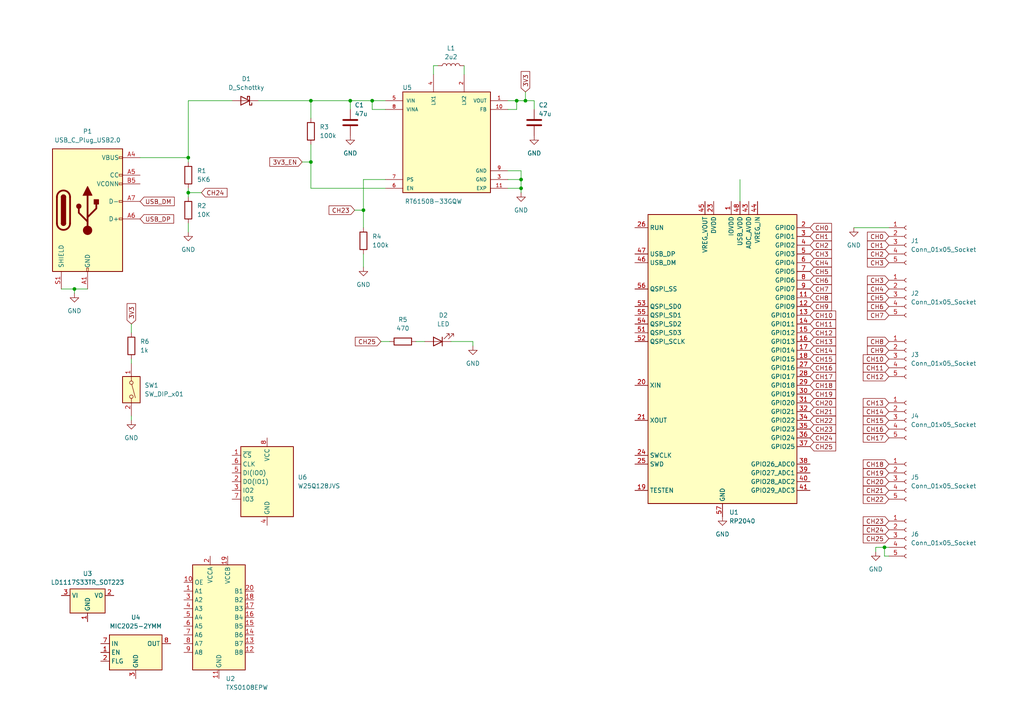
<source format=kicad_sch>
(kicad_sch (version 20230121) (generator eeschema)
  (paper "A4")
  (lib_symbols
    (symbol "Connector:Conn_01x05_Socket" (pin_names (offset 1.016) hide)
      (property "Reference" "J" (at 0 7.62 0))
      (property "Value" "Conn_01x05_Socket" (at 0 -7.62 0))
      (symbol "Conn_01x05_Socket_1_1"
        (arc (start 0 -4.572) (mid -0.5058 -5.08) (end 0 -5.588) (stroke (width 0.1524)))
        (arc (start 0 -2.032) (mid -0.5058 -2.54) (end 0 -3.048) (stroke (width 0.1524)))
        (polyline (pts (xy -1.27 -5.08) (xy -0.508 -5.08)) (stroke (width 0.1524)))
        (polyline (pts (xy -1.27 -2.54) (xy -0.508 -2.54)) (stroke (width 0.1524)))
        (polyline (pts (xy -1.27 0) (xy -0.508 0)) (stroke (width 0.1524)))
        (polyline (pts (xy -1.27 2.54) (xy -0.508 2.54)) (stroke (width 0.1524)))
        (polyline (pts (xy -1.27 5.08) (xy -0.508 5.08)) (stroke (width 0.1524)))
        (arc (start 0 0.508) (mid -0.5058 0) (end 0 -0.508) (stroke (width 0.1524)))
        (arc (start 0 3.048) (mid -0.5058 2.54) (end 0 2.032) (stroke (width 0.1524)))
        (arc (start 0 5.588) (mid -0.5058 5.08) (end 0 4.572) (stroke (width 0.1524)))
        (pin passive line (at -5.08 5.08 0) (length 3.81) (name "Pin_1") (number "1"))
        (pin passive line (at -5.08 2.54 0) (length 3.81) (name "Pin_2") (number "2"))
        (pin passive line (at -5.08 0 0) (length 3.81) (name "Pin_3") (number "3"))
        (pin passive line (at -5.08 -2.54 0) (length 3.81) (name "Pin_4") (number "4"))
        (pin passive line (at -5.08 -5.08 0) (length 3.81) (name "Pin_5") (number "5"))
      )
    )
    (symbol "Connector:USB_C_Plug_USB2.0" (pin_names (offset 1.016))
      (property "Reference" "P" (at -10.16 19.05 0))
      (property "Value" "USB_C_Plug_USB2.0" (at 12.7 19.05 0))
      (symbol "USB_C_Plug_USB2.0_0_0"
        (rectangle (start -0.254 -17.78) (end 0.254 -16.764))
        (rectangle (start 10.16 -2.286) (end 9.144 -2.794))
        (rectangle (start 10.16 2.794) (end 9.144 2.286))
        (rectangle (start 10.16 7.874) (end 9.144 7.366))
        (rectangle (start 10.16 10.414) (end 9.144 9.906))
        (rectangle (start 10.16 15.494) (end 9.144 14.986))
      )
      (symbol "USB_C_Plug_USB2.0_0_1"
        (rectangle (start -10.16 17.78) (end 10.16 -17.78) (stroke (width 0.254)) (fill (type background)))
        (arc (start -8.89 -3.81) (mid -6.985 -5.7067) (end -5.08 -3.81) (stroke (width 0.508)))
        (arc (start -7.62 -3.81) (mid -6.985 -4.4423) (end -6.35 -3.81) (stroke (width 0.254)))
        (arc (start -7.62 -3.81) (mid -6.985 -4.4423) (end -6.35 -3.81) (stroke (width 0.254)) (fill (type outline)))
        (rectangle (start -7.62 -3.81) (end -6.35 3.81) (stroke (width 0.254)) (fill (type outline)))
        (arc (start -6.35 3.81) (mid -6.985 4.4423) (end -7.62 3.81) (stroke (width 0.254)))
        (arc (start -6.35 3.81) (mid -6.985 4.4423) (end -7.62 3.81) (stroke (width 0.254)) (fill (type outline)))
        (arc (start -5.08 3.81) (mid -6.985 5.7067) (end -8.89 3.81) (stroke (width 0.508)))
        (circle (center -2.54 1.143) (radius 0.635) (stroke (width 0.254)) (fill (type outline)))
        (circle (center 0 -5.842) (radius 1.27) (fill (type outline)))
        (polyline (pts (xy -8.89 -3.81) (xy -8.89 3.81)) (stroke (width 0.508)))
        (polyline (pts (xy -5.08 3.81) (xy -5.08 -3.81)) (stroke (width 0.508)))
        (polyline (pts (xy 0 -5.842) (xy 0 4.318)) (stroke (width 0.508)))
        (polyline (pts (xy 0 -3.302) (xy -2.54 -0.762) (xy -2.54 0.508)) (stroke (width 0.508)))
        (polyline (pts (xy 0 -2.032) (xy 2.54 0.508) (xy 2.54 1.778)) (stroke (width 0.508)))
        (polyline (pts (xy -1.27 4.318) (xy 0 6.858) (xy 1.27 4.318) (xy -1.27 4.318)) (stroke (width 0.254)) (fill (type outline)))
        (rectangle (start 1.905 1.778) (end 3.175 3.048) (stroke (width 0.254)) (fill (type outline)))
      )
      (symbol "USB_C_Plug_USB2.0_1_1"
        (pin passive line (at 0 -22.86 90) (length 5.08) (name "GND") (number "A1"))
        (pin passive line (at 0 -22.86 90) (length 5.08) hide (name "GND") (number "A12"))
        (pin passive line (at 15.24 15.24 180) (length 5.08) (name "VBUS") (number "A4"))
        (pin bidirectional line (at 15.24 10.16 180) (length 5.08) (name "CC") (number "A5"))
        (pin bidirectional line (at 15.24 -2.54 180) (length 5.08) (name "D+") (number "A6"))
        (pin bidirectional line (at 15.24 2.54 180) (length 5.08) (name "D-") (number "A7"))
        (pin passive line (at 15.24 15.24 180) (length 5.08) hide (name "VBUS") (number "A9"))
        (pin passive line (at 0 -22.86 90) (length 5.08) hide (name "GND") (number "B1"))
        (pin passive line (at 0 -22.86 90) (length 5.08) hide (name "GND") (number "B12"))
        (pin passive line (at 15.24 15.24 180) (length 5.08) hide (name "VBUS") (number "B4"))
        (pin bidirectional line (at 15.24 7.62 180) (length 5.08) (name "VCONN") (number "B5"))
        (pin passive line (at 15.24 15.24 180) (length 5.08) hide (name "VBUS") (number "B9"))
        (pin passive line (at -7.62 -22.86 90) (length 5.08) (name "SHIELD") (number "S1"))
      )
    )
    (symbol "Device:C" (pin_numbers hide) (pin_names (offset 0.254))
      (property "Reference" "C" (at 0.635 2.54 0))
      (property "Value" "C" (at 0.635 -2.54 0))
      (symbol "C_0_1"
        (polyline (pts (xy -2.032 -0.762) (xy 2.032 -0.762)) (stroke (width 0.508)))
        (polyline (pts (xy -2.032 0.762) (xy 2.032 0.762)) (stroke (width 0.508)))
      )
      (symbol "C_1_1"
        (pin passive line (at 0 3.81 270) (length 2.794) (name "~") (number "1"))
        (pin passive line (at 0 -3.81 90) (length 2.794) (name "~") (number "2"))
      )
    )
    (symbol "Device:D_Schottky" (pin_numbers hide) (pin_names (offset 1.016) hide)
      (property "Reference" "D" (at 0 2.54 0))
      (property "Value" "D_Schottky" (at 0 -2.54 0))
      (symbol "D_Schottky_0_1"
        (polyline (pts (xy 1.27 0) (xy -1.27 0)))
        (polyline (pts (xy 1.27 1.27) (xy 1.27 -1.27) (xy -1.27 0) (xy 1.27 1.27)) (stroke (width 0.254)))
        (polyline (pts (xy -1.905 0.635) (xy -1.905 1.27) (xy -1.27 1.27) (xy -1.27 -1.27) (xy -0.635 -1.27) (xy -0.635 -0.635)) (stroke (width 0.254)))
      )
      (symbol "D_Schottky_1_1"
        (pin passive line (at -3.81 0 0) (length 2.54) (name "K") (number "1"))
        (pin passive line (at 3.81 0 180) (length 2.54) (name "A") (number "2"))
      )
    )
    (symbol "Device:L" (pin_numbers hide) (pin_names (offset 1.016) hide)
      (property "Reference" "L" (at -1.27 0 90))
      (property "Value" "L" (at 1.905 0 90))
      (symbol "L_0_1"
        (arc (start 0 -2.54) (mid 0.6323 -1.905) (end 0 -1.27))
        (arc (start 0 -1.27) (mid 0.6323 -0.635) (end 0 0))
        (arc (start 0 0) (mid 0.6323 0.635) (end 0 1.27))
        (arc (start 0 1.27) (mid 0.6323 1.905) (end 0 2.54))
      )
      (symbol "L_1_1"
        (pin passive line (at 0 3.81 270) (length 1.27) (name "1") (number "1"))
        (pin passive line (at 0 -3.81 90) (length 1.27) (name "2") (number "2"))
      )
    )
    (symbol "Device:LED" (pin_numbers hide) (pin_names (offset 1.016) hide)
      (property "Reference" "D" (at 0 2.54 0))
      (property "Value" "LED" (at 0 -2.54 0))
      (symbol "LED_0_1"
        (polyline (pts (xy -1.27 -1.27) (xy -1.27 1.27)) (stroke (width 0.254)))
        (polyline (pts (xy -1.27 0) (xy 1.27 0)))
        (polyline (pts (xy 1.27 -1.27) (xy 1.27 1.27) (xy -1.27 0) (xy 1.27 -1.27)) (stroke (width 0.254)))
        (polyline (pts (xy -3.048 -0.762) (xy -4.572 -2.286) (xy -3.81 -2.286) (xy -4.572 -2.286) (xy -4.572 -1.524)))
        (polyline (pts (xy -1.778 -0.762) (xy -3.302 -2.286) (xy -2.54 -2.286) (xy -3.302 -2.286) (xy -3.302 -1.524)))
      )
      (symbol "LED_1_1"
        (pin passive line (at -3.81 0 0) (length 2.54) (name "K") (number "1"))
        (pin passive line (at 3.81 0 180) (length 2.54) (name "A") (number "2"))
      )
    )
    (symbol "Device:R" (pin_numbers hide) (pin_names (offset 0))
      (property "Reference" "R" (at 2.032 0 90))
      (property "Value" "R" (at 0 0 90))
      (symbol "R_0_1"
        (rectangle (start -1.016 -2.54) (end 1.016 2.54) (stroke (width 0.254)))
      )
      (symbol "R_1_1"
        (pin passive line (at 0 3.81 270) (length 1.27) (name "~") (number "1"))
        (pin passive line (at 0 -3.81 90) (length 1.27) (name "~") (number "2"))
      )
    )
    (symbol "Logic_LevelTranslator:TXS0108EPW"
      (property "Reference" "U" (at -6.35 16.51 0))
      (property "Value" "TXS0108EPW" (at 3.81 16.51 0))
      (symbol "TXS0108EPW_0_1"
        (rectangle (start -7.62 15.24) (end 7.62 -15.24) (stroke (width 0.254)) (fill (type background)))
      )
      (symbol "TXS0108EPW_1_1"
        (pin bidirectional line (at -10.16 7.62 0) (length 2.54) (name "A1") (number "1"))
        (pin input line (at -10.16 10.16 0) (length 2.54) (name "OE") (number "10"))
        (pin power_in line (at 0 -17.78 90) (length 2.54) (name "GND") (number "11"))
        (pin bidirectional line (at 10.16 -10.16 180) (length 2.54) (name "B8") (number "12"))
        (pin bidirectional line (at 10.16 -7.62 180) (length 2.54) (name "B7") (number "13"))
        (pin bidirectional line (at 10.16 -5.08 180) (length 2.54) (name "B6") (number "14"))
        (pin bidirectional line (at 10.16 -2.54 180) (length 2.54) (name "B5") (number "15"))
        (pin bidirectional line (at 10.16 0 180) (length 2.54) (name "B4") (number "16"))
        (pin bidirectional line (at 10.16 2.54 180) (length 2.54) (name "B3") (number "17"))
        (pin bidirectional line (at 10.16 5.08 180) (length 2.54) (name "B2") (number "18"))
        (pin power_in line (at 2.54 17.78 270) (length 2.54) (name "VCCB") (number "19"))
        (pin power_in line (at -2.54 17.78 270) (length 2.54) (name "VCCA") (number "2"))
        (pin bidirectional line (at 10.16 7.62 180) (length 2.54) (name "B1") (number "20"))
        (pin bidirectional line (at -10.16 5.08 0) (length 2.54) (name "A2") (number "3"))
        (pin bidirectional line (at -10.16 2.54 0) (length 2.54) (name "A3") (number "4"))
        (pin bidirectional line (at -10.16 0 0) (length 2.54) (name "A4") (number "5"))
        (pin bidirectional line (at -10.16 -2.54 0) (length 2.54) (name "A5") (number "6"))
        (pin bidirectional line (at -10.16 -5.08 0) (length 2.54) (name "A6") (number "7"))
        (pin bidirectional line (at -10.16 -7.62 0) (length 2.54) (name "A7") (number "8"))
        (pin bidirectional line (at -10.16 -10.16 0) (length 2.54) (name "A8") (number "9"))
      )
    )
    (symbol "MCU_RaspberryPi:RP2040"
      (property "Reference" "U" (at 17.78 45.72 0))
      (property "Value" "RP2040" (at 17.78 43.18 0))
      (symbol "RP2040_0_1"
        (rectangle (start -21.59 41.91) (end 21.59 -41.91) (stroke (width 0.254)) (fill (type background)))
      )
      (symbol "RP2040_1_1"
        (pin power_in line (at 2.54 45.72 270) (length 3.81) (name "IOVDD") (number "1"))
        (pin passive line (at 2.54 45.72 270) (length 3.81) hide (name "IOVDD") (number "10"))
        (pin bidirectional line (at 25.4 17.78 180) (length 3.81) (name "GPIO8") (number "11"))
        (pin bidirectional line (at 25.4 15.24 180) (length 3.81) (name "GPIO9") (number "12"))
        (pin bidirectional line (at 25.4 12.7 180) (length 3.81) (name "GPIO10") (number "13"))
        (pin bidirectional line (at 25.4 10.16 180) (length 3.81) (name "GPIO11") (number "14"))
        (pin bidirectional line (at 25.4 7.62 180) (length 3.81) (name "GPIO12") (number "15"))
        (pin bidirectional line (at 25.4 5.08 180) (length 3.81) (name "GPIO13") (number "16"))
        (pin bidirectional line (at 25.4 2.54 180) (length 3.81) (name "GPIO14") (number "17"))
        (pin bidirectional line (at 25.4 0 180) (length 3.81) (name "GPIO15") (number "18"))
        (pin input line (at -25.4 -38.1 0) (length 3.81) (name "TESTEN") (number "19"))
        (pin bidirectional line (at 25.4 38.1 180) (length 3.81) (name "GPIO0") (number "2"))
        (pin input line (at -25.4 -7.62 0) (length 3.81) (name "XIN") (number "20"))
        (pin passive line (at -25.4 -17.78 0) (length 3.81) (name "XOUT") (number "21"))
        (pin passive line (at 2.54 45.72 270) (length 3.81) hide (name "IOVDD") (number "22"))
        (pin power_in line (at -2.54 45.72 270) (length 3.81) (name "DVDD") (number "23"))
        (pin input line (at -25.4 -27.94 0) (length 3.81) (name "SWCLK") (number "24"))
        (pin bidirectional line (at -25.4 -30.48 0) (length 3.81) (name "SWD") (number "25"))
        (pin input line (at -25.4 38.1 0) (length 3.81) (name "RUN") (number "26"))
        (pin bidirectional line (at 25.4 -2.54 180) (length 3.81) (name "GPIO16") (number "27"))
        (pin bidirectional line (at 25.4 -5.08 180) (length 3.81) (name "GPIO17") (number "28"))
        (pin bidirectional line (at 25.4 -7.62 180) (length 3.81) (name "GPIO18") (number "29"))
        (pin bidirectional line (at 25.4 35.56 180) (length 3.81) (name "GPIO1") (number "3"))
        (pin bidirectional line (at 25.4 -10.16 180) (length 3.81) (name "GPIO19") (number "30"))
        (pin bidirectional line (at 25.4 -12.7 180) (length 3.81) (name "GPIO20") (number "31"))
        (pin bidirectional line (at 25.4 -15.24 180) (length 3.81) (name "GPIO21") (number "32"))
        (pin passive line (at 2.54 45.72 270) (length 3.81) hide (name "IOVDD") (number "33"))
        (pin bidirectional line (at 25.4 -17.78 180) (length 3.81) (name "GPIO22") (number "34"))
        (pin bidirectional line (at 25.4 -20.32 180) (length 3.81) (name "GPIO23") (number "35"))
        (pin bidirectional line (at 25.4 -22.86 180) (length 3.81) (name "GPIO24") (number "36"))
        (pin bidirectional line (at 25.4 -25.4 180) (length 3.81) (name "GPIO25") (number "37"))
        (pin bidirectional line (at 25.4 -30.48 180) (length 3.81) (name "GPIO26_ADC0") (number "38"))
        (pin bidirectional line (at 25.4 -33.02 180) (length 3.81) (name "GPIO27_ADC1") (number "39"))
        (pin bidirectional line (at 25.4 33.02 180) (length 3.81) (name "GPIO2") (number "4"))
        (pin bidirectional line (at 25.4 -35.56 180) (length 3.81) (name "GPIO28_ADC2") (number "40"))
        (pin bidirectional line (at 25.4 -38.1 180) (length 3.81) (name "GPIO29_ADC3") (number "41"))
        (pin passive line (at 2.54 45.72 270) (length 3.81) hide (name "IOVDD") (number "42"))
        (pin power_in line (at 7.62 45.72 270) (length 3.81) (name "ADC_AVDD") (number "43"))
        (pin power_in line (at 10.16 45.72 270) (length 3.81) (name "VREG_IN") (number "44"))
        (pin power_out line (at -5.08 45.72 270) (length 3.81) (name "VREG_VOUT") (number "45"))
        (pin bidirectional line (at -25.4 27.94 0) (length 3.81) (name "USB_DM") (number "46"))
        (pin bidirectional line (at -25.4 30.48 0) (length 3.81) (name "USB_DP") (number "47"))
        (pin power_in line (at 5.08 45.72 270) (length 3.81) (name "USB_VDD") (number "48"))
        (pin passive line (at 2.54 45.72 270) (length 3.81) hide (name "IOVDD") (number "49"))
        (pin bidirectional line (at 25.4 30.48 180) (length 3.81) (name "GPIO3") (number "5"))
        (pin passive line (at -2.54 45.72 270) (length 3.81) hide (name "DVDD") (number "50"))
        (pin bidirectional line (at -25.4 7.62 0) (length 3.81) (name "QSPI_SD3") (number "51"))
        (pin output line (at -25.4 5.08 0) (length 3.81) (name "QSPI_SCLK") (number "52"))
        (pin bidirectional line (at -25.4 15.24 0) (length 3.81) (name "QSPI_SD0") (number "53"))
        (pin bidirectional line (at -25.4 10.16 0) (length 3.81) (name "QSPI_SD2") (number "54"))
        (pin bidirectional line (at -25.4 12.7 0) (length 3.81) (name "QSPI_SD1") (number "55"))
        (pin bidirectional line (at -25.4 20.32 0) (length 3.81) (name "QSPI_SS") (number "56"))
        (pin power_in line (at 0 -45.72 90) (length 3.81) (name "GND") (number "57"))
        (pin bidirectional line (at 25.4 27.94 180) (length 3.81) (name "GPIO4") (number "6"))
        (pin bidirectional line (at 25.4 25.4 180) (length 3.81) (name "GPIO5") (number "7"))
        (pin bidirectional line (at 25.4 22.86 180) (length 3.81) (name "GPIO6") (number "8"))
        (pin bidirectional line (at 25.4 20.32 180) (length 3.81) (name "GPIO7") (number "9"))
      )
    )
    (symbol "Memory_Flash:W25Q128JVS"
      (property "Reference" "U" (at -8.89 8.89 0))
      (property "Value" "W25Q128JVS" (at 7.62 8.89 0))
      (symbol "W25Q128JVS_0_1"
        (rectangle (start -7.62 10.16) (end 7.62 -10.16) (stroke (width 0.254)) (fill (type background)))
      )
      (symbol "W25Q128JVS_1_1"
        (pin input line (at -10.16 7.62 0) (length 2.54) (name "~{CS}") (number "1"))
        (pin bidirectional line (at -10.16 0 0) (length 2.54) (name "DO(IO1)") (number "2"))
        (pin bidirectional line (at -10.16 -2.54 0) (length 2.54) (name "IO2") (number "3"))
        (pin power_in line (at 0 -12.7 90) (length 2.54) (name "GND") (number "4"))
        (pin bidirectional line (at -10.16 2.54 0) (length 2.54) (name "DI(IO0)") (number "5"))
        (pin input line (at -10.16 5.08 0) (length 2.54) (name "CLK") (number "6"))
        (pin bidirectional line (at -10.16 -5.08 0) (length 2.54) (name "IO3") (number "7"))
        (pin power_in line (at 0 12.7 270) (length 2.54) (name "VCC") (number "8"))
      )
    )
    (symbol "Power_Management:MIC2025-2YMM"
      (property "Reference" "U" (at -7.62 6.35 0))
      (property "Value" "MIC2025-2YMM" (at 15.24 6.35 0))
      (symbol "MIC2025-2YMM_0_1"
        (rectangle (start -7.62 5.08) (end 7.62 -5.08) (stroke (width 0.254)) (fill (type background)))
      )
      (symbol "MIC2025-2YMM_1_1"
        (pin input line (at -10.16 0 0) (length 2.54) (name "EN") (number "1"))
        (pin open_collector line (at -10.16 -2.54 0) (length 2.54) (name "FLG") (number "2"))
        (pin power_in line (at 0 -7.62 90) (length 2.54) (name "GND") (number "3"))
        (pin no_connect line (at 7.62 0 180) (length 2.54) hide (name "NC") (number "4"))
        (pin no_connect line (at 7.62 -2.54 180) (length 2.54) hide (name "NC") (number "5"))
        (pin passive line (at 10.16 2.54 180) (length 2.54) hide (name "OUT") (number "6"))
        (pin power_in line (at -10.16 2.54 0) (length 2.54) (name "IN") (number "7"))
        (pin power_out line (at 10.16 2.54 180) (length 2.54) (name "OUT") (number "8"))
      )
    )
    (symbol "Regulator_Linear:LD1117S33TR_SOT223"
      (property "Reference" "U" (at -3.81 3.175 0))
      (property "Value" "LD1117S33TR_SOT223" (at 0 3.175 0))
      (symbol "LD1117S33TR_SOT223_0_1"
        (rectangle (start -5.08 -5.08) (end 5.08 1.905) (stroke (width 0.254)) (fill (type background)))
      )
      (symbol "LD1117S33TR_SOT223_1_1"
        (pin power_in line (at 0 -7.62 90) (length 2.54) (name "GND") (number "1"))
        (pin power_out line (at 7.62 0 180) (length 2.54) (name "VO") (number "2"))
        (pin power_in line (at -7.62 0 0) (length 2.54) (name "VI") (number "3"))
      )
    )
    (symbol "Switch:SW_DIP_x01" (pin_names (offset 0) hide)
      (property "Reference" "SW" (at 0 3.81 0))
      (property "Value" "SW_DIP_x01" (at 0 -3.81 0))
      (symbol "SW_DIP_x01_0_0"
        (circle (center -2.032 0) (radius 0.508))
        (polyline (pts (xy -1.524 0.127) (xy 2.3622 1.1684)))
        (circle (center 2.032 0) (radius 0.508))
      )
      (symbol "SW_DIP_x01_0_1"
        (rectangle (start -3.81 2.54) (end 3.81 -2.54) (stroke (width 0.254)) (fill (type background)))
      )
      (symbol "SW_DIP_x01_1_1"
        (pin passive line (at -7.62 0 0) (length 5.08) (name "~") (number "1"))
        (pin passive line (at 7.62 0 180) (length 5.08) (name "~") (number "2"))
      )
    )
    (symbol "power:GND" (power) (pin_names (offset 0))
      (property "Value" "GND" (at 0 -3.81 0))
      (symbol "GND_0_1"
        (polyline (pts (xy 0 0) (xy 0 -1.27) (xy 1.27 -1.27) (xy 0 -2.54) (xy -1.27 -1.27) (xy 0 -1.27)))
      )
      (symbol "GND_1_1"
        (pin power_in line (at 0 0 270) (length 0) hide (name "GND") (number "1"))
      )
    )
    (symbol "rp_pico:RT6150B-33GQW" (pin_names (offset 1.016))
      (property "Reference" "U5" (at -11.43 11.43 0))
      (property "Value" "RT6150B-33GQW" (at -3.81 -21.59 0))
      (symbol "RT6150B-33GQW_0_0"
        (rectangle (start -12.7 10.16) (end 12.7 -19.05) (stroke (width 0.254)) (fill (type background)))
        (pin output line (at 17.78 7.62 180) (length 5.08) (name "VOUT") (number "1"))
        (pin input line (at 17.78 5.08 180) (length 5.08) (name "FB") (number "10"))
        (pin passive line (at 17.78 -17.78 180) (length 5.08) (name "EXP") (number "11"))
        (pin passive line (at 5.08 15.24 270) (length 5.08) (name "LX2") (number "2"))
        (pin power_in line (at 17.78 -15.24 180) (length 5.08) (name "GND") (number "3"))
        (pin passive line (at -3.81 15.24 270) (length 5.08) (name "LX1") (number "4"))
        (pin power_in line (at -17.78 7.62 0) (length 5.08) (name "VIN") (number "5"))
        (pin input line (at -17.78 -17.78 0) (length 5.08) (name "EN") (number "6"))
        (pin input line (at -17.78 -15.24 0) (length 5.08) (name "PS") (number "7"))
        (pin power_in line (at -17.78 5.08 0) (length 5.08) (name "VINA") (number "8"))
        (pin power_in line (at 17.78 -12.7 180) (length 5.08) (name "GND") (number "9"))
      )
    )
  )
  (junction (at 101.6 29.21))
  (junction (at 54.61 45.72))
  (junction (at 90.17 29.21))
  (junction (at 90.17 46.99))
  (junction (at 149.86 29.21))
  (junction (at 256.54 158.75))
  (junction (at 21.59 83.82))
  (junction (at 151.13 52.07))
  (junction (at 107.95 29.21))
  (junction (at 152.4 29.21))
  (junction (at 54.61 55.88))
  (junction (at 151.13 54.61))
  (junction (at 105.41 60.96))
  (wire (pts (xy 125.73 19.05) (xy 125.73 21.59)))
  (wire (pts (xy 38.1 120.65) (xy 38.1 121.92)))
  (wire (pts (xy 111.76 29.21) (xy 107.95 29.21)))
  (wire (pts (xy 17.78 83.82) (xy 21.59 83.82)))
  (wire (pts (xy 105.41 60.96) (xy 105.41 66.04)))
  (wire (pts (xy 120.65 99.06) (xy 123.19 99.06)))
  (wire (pts (xy 90.17 46.99) (xy 90.17 54.61)))
  (wire (pts (xy 147.32 54.61) (xy 151.13 54.61)))
  (wire (pts (xy 101.6 29.21) (xy 107.95 29.21)))
  (wire (pts (xy 256.54 161.29) (xy 257.81 161.29)))
  (wire (pts (xy 74.93 29.21) (xy 90.17 29.21)))
  (wire (pts (xy 38.1 104.14) (xy 38.1 105.41)))
  (wire (pts (xy 147.32 29.21) (xy 149.86 29.21)))
  (wire (pts (xy 21.59 83.82) (xy 21.59 85.09)))
  (wire (pts (xy 90.17 54.61) (xy 111.76 54.61)))
  (wire (pts (xy 21.59 83.82) (xy 25.4 83.82)))
  (wire (pts (xy 105.41 52.07) (xy 105.41 60.96)))
  (wire (pts (xy 147.32 52.07) (xy 151.13 52.07)))
  (wire (pts (xy 214.63 52.07) (xy 214.63 58.42)))
  (wire (pts (xy 107.95 31.75) (xy 111.76 31.75)))
  (wire (pts (xy 54.61 29.21) (xy 67.31 29.21)))
  (wire (pts (xy 110.49 99.06) (xy 113.03 99.06)))
  (wire (pts (xy 58.42 55.88) (xy 54.61 55.88)))
  (wire (pts (xy 256.54 158.75) (xy 257.81 158.75)))
  (wire (pts (xy 149.86 31.75) (xy 147.32 31.75)))
  (wire (pts (xy 90.17 41.91) (xy 90.17 46.99)))
  (wire (pts (xy 147.32 49.53) (xy 151.13 49.53)))
  (wire (pts (xy 154.94 29.21) (xy 154.94 31.75)))
  (wire (pts (xy 151.13 54.61) (xy 151.13 55.88)))
  (wire (pts (xy 101.6 31.75) (xy 101.6 29.21)))
  (wire (pts (xy 134.62 19.05) (xy 134.62 21.59)))
  (wire (pts (xy 111.76 52.07) (xy 105.41 52.07)))
  (wire (pts (xy 247.65 66.04) (xy 257.81 66.04)))
  (wire (pts (xy 127 19.05) (xy 125.73 19.05)))
  (wire (pts (xy 54.61 64.77) (xy 54.61 67.31)))
  (wire (pts (xy 254 158.75) (xy 256.54 158.75)))
  (wire (pts (xy 254 160.02) (xy 254 158.75)))
  (wire (pts (xy 151.13 49.53) (xy 151.13 52.07)))
  (wire (pts (xy 105.41 73.66) (xy 105.41 77.47)))
  (wire (pts (xy 149.86 29.21) (xy 152.4 29.21)))
  (wire (pts (xy 54.61 45.72) (xy 54.61 29.21)))
  (wire (pts (xy 38.1 93.98) (xy 38.1 96.52)))
  (wire (pts (xy 152.4 29.21) (xy 154.94 29.21)))
  (wire (pts (xy 54.61 45.72) (xy 54.61 46.99)))
  (wire (pts (xy 54.61 54.61) (xy 54.61 55.88)))
  (wire (pts (xy 149.86 29.21) (xy 149.86 31.75)))
  (wire (pts (xy 137.16 99.06) (xy 137.16 100.33)))
  (wire (pts (xy 130.81 99.06) (xy 137.16 99.06)))
  (wire (pts (xy 87.63 46.99) (xy 90.17 46.99)))
  (wire (pts (xy 54.61 55.88) (xy 54.61 57.15)))
  (wire (pts (xy 90.17 29.21) (xy 90.17 34.29)))
  (wire (pts (xy 40.64 45.72) (xy 54.61 45.72)))
  (wire (pts (xy 151.13 52.07) (xy 151.13 54.61)))
  (wire (pts (xy 102.87 60.96) (xy 105.41 60.96)))
  (wire (pts (xy 101.6 29.21) (xy 90.17 29.21)))
  (wire (pts (xy 107.95 29.21) (xy 107.95 31.75)))
  (wire (pts (xy 152.4 26.67) (xy 152.4 29.21)))
  (wire (pts (xy 256.54 158.75) (xy 256.54 161.29)))
  (global_label "CH14" (shape input) (at 257.81 119.38 180) (property "Intersheetrefs" "${INTERSHEET_REFS}" (effects hide)))
  (global_label "CH3" (shape input) (at 234.95 73.66 0) (property "Intersheetrefs" "${INTERSHEET_REFS}" (effects hide)))
  (global_label "CH15" (shape input) (at 257.81 121.92 180) (property "Intersheetrefs" "${INTERSHEET_REFS}" (effects hide)))
  (global_label "USB_DM" (shape input) (at 40.64 58.42 0) (property "Intersheetrefs" "${INTERSHEET_REFS}" (effects hide)))
  (global_label "CH21" (shape input) (at 257.81 142.24 180) (property "Intersheetrefs" "${INTERSHEET_REFS}" (effects hide)))
  (global_label "CH25" (shape input) (at 110.49 99.06 180) (property "Intersheetrefs" "${INTERSHEET_REFS}" (effects hide)))
  (global_label "CH11" (shape input) (at 257.81 106.68 180) (property "Intersheetrefs" "${INTERSHEET_REFS}" (effects hide)))
  (global_label "CH10" (shape input) (at 234.95 91.44 0) (property "Intersheetrefs" "${INTERSHEET_REFS}" (effects hide)))
  (global_label "CH12" (shape input) (at 257.81 109.22 180) (property "Intersheetrefs" "${INTERSHEET_REFS}" (effects hide)))
  (global_label "CH10" (shape input) (at 257.81 104.14 180) (property "Intersheetrefs" "${INTERSHEET_REFS}" (effects hide)))
  (global_label "CH22" (shape input) (at 257.81 144.78 180) (property "Intersheetrefs" "${INTERSHEET_REFS}" (effects hide)))
  (global_label "CH12" (shape input) (at 234.95 96.52 0) (property "Intersheetrefs" "${INTERSHEET_REFS}" (effects hide)))
  (global_label "CH2" (shape input) (at 257.81 73.66 180) (property "Intersheetrefs" "${INTERSHEET_REFS}" (effects hide)))
  (global_label "CH7" (shape input) (at 234.95 83.82 0) (property "Intersheetrefs" "${INTERSHEET_REFS}" (effects hide)))
  (global_label "CH11" (shape input) (at 234.95 93.98 0) (property "Intersheetrefs" "${INTERSHEET_REFS}" (effects hide)))
  (global_label "CH23" (shape input) (at 234.95 124.46 0) (property "Intersheetrefs" "${INTERSHEET_REFS}" (effects hide)))
  (global_label "CH6" (shape input) (at 257.81 88.9 180) (property "Intersheetrefs" "${INTERSHEET_REFS}" (effects hide)))
  (global_label "USB_DP" (shape input) (at 40.64 63.5 0) (property "Intersheetrefs" "${INTERSHEET_REFS}" (effects hide)))
  (global_label "CH19" (shape input) (at 257.81 137.16 180) (property "Intersheetrefs" "${INTERSHEET_REFS}" (effects hide)))
  (global_label "3V3_EN" (shape input) (at 87.63 46.99 180) (property "Intersheetrefs" "${INTERSHEET_REFS}" (effects hide)))
  (global_label "CH0" (shape input) (at 257.81 68.58 180) (property "Intersheetrefs" "${INTERSHEET_REFS}" (effects hide)))
  (global_label "CH0" (shape input) (at 234.95 66.04 0) (property "Intersheetrefs" "${INTERSHEET_REFS}" (effects hide)))
  (global_label "CH13" (shape input) (at 257.81 116.84 180) (property "Intersheetrefs" "${INTERSHEET_REFS}" (effects hide)))
  (global_label "CH5" (shape input) (at 234.95 78.74 0) (property "Intersheetrefs" "${INTERSHEET_REFS}" (effects hide)))
  (global_label "3V3" (shape input) (at 152.4 26.67 90) (property "Intersheetrefs" "${INTERSHEET_REFS}" (effects hide)))
  (global_label "CH18" (shape input) (at 234.95 111.76 0) (property "Intersheetrefs" "${INTERSHEET_REFS}" (effects hide)))
  (global_label "CH20" (shape input) (at 234.95 116.84 0) (property "Intersheetrefs" "${INTERSHEET_REFS}" (effects hide)))
  (global_label "CH23" (shape input) (at 257.81 151.13 180) (property "Intersheetrefs" "${INTERSHEET_REFS}" (effects hide)))
  (global_label "CH17" (shape input) (at 234.95 109.22 0) (property "Intersheetrefs" "${INTERSHEET_REFS}" (effects hide)))
  (global_label "CH5" (shape input) (at 257.81 86.36 180) (property "Intersheetrefs" "${INTERSHEET_REFS}" (effects hide)))
  (global_label "CH7" (shape input) (at 257.81 91.44 180) (property "Intersheetrefs" "${INTERSHEET_REFS}" (effects hide)))
  (global_label "CH20" (shape input) (at 257.81 139.7 180) (property "Intersheetrefs" "${INTERSHEET_REFS}" (effects hide)))
  (global_label "CH13" (shape input) (at 234.95 99.06 0) (property "Intersheetrefs" "${INTERSHEET_REFS}" (effects hide)))
  (global_label "CH8" (shape input) (at 257.81 99.06 180) (property "Intersheetrefs" "${INTERSHEET_REFS}" (effects hide)))
  (global_label "CH4" (shape input) (at 234.95 76.2 0) (property "Intersheetrefs" "${INTERSHEET_REFS}" (effects hide)))
  (global_label "CH22" (shape input) (at 234.95 121.92 0) (property "Intersheetrefs" "${INTERSHEET_REFS}" (effects hide)))
  (global_label "CH25" (shape input) (at 234.95 129.54 0) (property "Intersheetrefs" "${INTERSHEET_REFS}" (effects hide)))
  (global_label "CH25" (shape input) (at 257.81 156.21 180) (property "Intersheetrefs" "${INTERSHEET_REFS}" (effects hide)))
  (global_label "CH24" (shape input) (at 58.42 55.88 0) (property "Intersheetrefs" "${INTERSHEET_REFS}" (effects hide)))
  (global_label "CH3" (shape input) (at 257.81 81.28 180) (property "Intersheetrefs" "${INTERSHEET_REFS}" (effects hide)))
  (global_label "CH1" (shape input) (at 257.81 71.12 180) (property "Intersheetrefs" "${INTERSHEET_REFS}" (effects hide)))
  (global_label "CH16" (shape input) (at 257.81 124.46 180) (property "Intersheetrefs" "${INTERSHEET_REFS}" (effects hide)))
  (global_label "CH9" (shape input) (at 234.95 88.9 0) (property "Intersheetrefs" "${INTERSHEET_REFS}" (effects hide)))
  (global_label "CH23" (shape input) (at 102.87 60.96 180) (property "Intersheetrefs" "${INTERSHEET_REFS}" (effects hide)))
  (global_label "CH19" (shape input) (at 234.95 114.3 0) (property "Intersheetrefs" "${INTERSHEET_REFS}" (effects hide)))
  (global_label "CH21" (shape input) (at 234.95 119.38 0) (property "Intersheetrefs" "${INTERSHEET_REFS}" (effects hide)))
  (global_label "CH16" (shape input) (at 234.95 106.68 0) (property "Intersheetrefs" "${INTERSHEET_REFS}" (effects hide)))
  (global_label "3V3" (shape input) (at 38.1 93.98 90) (property "Intersheetrefs" "${INTERSHEET_REFS}" (effects hide)))
  (global_label "CH3" (shape input) (at 257.81 76.2 180) (property "Intersheetrefs" "${INTERSHEET_REFS}" (effects hide)))
  (global_label "CH4" (shape input) (at 257.81 83.82 180) (property "Intersheetrefs" "${INTERSHEET_REFS}" (effects hide)))
  (global_label "CH6" (shape input) (at 234.95 81.28 0) (property "Intersheetrefs" "${INTERSHEET_REFS}" (effects hide)))
  (global_label "CH24" (shape input) (at 234.95 127 0) (property "Intersheetrefs" "${INTERSHEET_REFS}" (effects hide)))
  (global_label "CH2" (shape input) (at 234.95 71.12 0) (property "Intersheetrefs" "${INTERSHEET_REFS}" (effects hide)))
  (global_label "CH18" (shape input) (at 257.81 134.62 180) (property "Intersheetrefs" "${INTERSHEET_REFS}" (effects hide)))
  (global_label "CH15" (shape input) (at 234.95 104.14 0) (property "Intersheetrefs" "${INTERSHEET_REFS}" (effects hide)))
  (global_label "CH9" (shape input) (at 257.81 101.6 180) (property "Intersheetrefs" "${INTERSHEET_REFS}" (effects hide)))
  (global_label "CH8" (shape input) (at 234.95 86.36 0) (property "Intersheetrefs" "${INTERSHEET_REFS}" (effects hide)))
  (global_label "CH24" (shape input) (at 257.81 153.67 180) (property "Intersheetrefs" "${INTERSHEET_REFS}" (effects hide)))
  (global_label "CH1" (shape input) (at 234.95 68.58 0) (property "Intersheetrefs" "${INTERSHEET_REFS}" (effects hide)))
  (global_label "CH14" (shape input) (at 234.95 101.6 0) (property "Intersheetrefs" "${INTERSHEET_REFS}" (effects hide)))
  (global_label "CH17" (shape input) (at 257.81 127 180) (property "Intersheetrefs" "${INTERSHEET_REFS}" (effects hide)))
  (symbol (lib_id "Power_Management:MIC2025-2YMM") (at 39.37 189.23 0) (unit 1)
    (property "Reference" "U4" (at 39.37 179.07 0))
    (property "Value" "MIC2025-2YMM" (at 39.37 181.61 0))
    (property "Footprint" "Package_SO:MSOP-8_3x3mm_P0.65mm" (effects hide))
    (property "Datasheet" "https://ww1.microchip.com/downloads/en/DeviceDoc/MIC2025-2075-Single-Channel-Power-Distribution-Switch-DS20006030A.pdf" (effects hide))
  )
  (symbol (lib_id "Switch:SW_DIP_x01") (at 38.1 113.03 270) (unit 1)
    (property "Reference" "SW1" (at 41.91 111.76 90) (effects (justify left)))
    (property "Value" "SW_DIP_x01" (at 41.91 114.3 90) (effects (justify left)))
  )
  (symbol (lib_id "Connector:USB_C_Plug_USB2.0") (at 25.4 60.96 0) (unit 1)
    (property "Reference" "P1" (at 25.4 38.1 0))
    (property "Value" "USB_C_Plug_USB2.0" (at 25.4 40.64 0))
    (property "Datasheet" "https://www.usb.org/sites/default/files/documents/usb_type-c.zip" (effects hide))
  )
  (symbol (lib_id "power:GND") (at 105.41 77.47 0) (unit 1)
    (property "Reference" "#PWR09" (effects hide))
    (property "Value" "GND" (at 105.41 82.55 0))
  )
  (symbol (lib_id "Device:R") (at 90.17 38.1 0) (unit 1)
    (property "Reference" "R3" (at 92.71 36.83 0) (effects (justify left)))
    (property "Value" "100k" (at 92.71 39.37 0) (effects (justify left)))
  )
  (symbol (lib_id "Device:R") (at 105.41 69.85 0) (unit 1)
    (property "Reference" "R4" (at 107.95 68.58 0) (effects (justify left)))
    (property "Value" "100k" (at 107.95 71.12 0) (effects (justify left)))
    (property "Footprint" "Resistor_SMD:R_0402_1005Metric" (effects hide))
  )
  (symbol (lib_id "power:GND") (at 254 160.02 0) (unit 1)
    (property "Reference" "#PWR03" (effects hide))
    (property "Value" "GND" (at 254 165.1 0))
  )
  (symbol (lib_id "power:GND") (at 38.1 121.92 0) (unit 1)
    (property "Reference" "#PWR06" (effects hide))
    (property "Value" "GND" (at 38.1 127 0))
  )
  (symbol (lib_id "Device:L") (at 130.81 19.05 90) (unit 1)
    (property "Reference" "L1" (at 130.81 13.97 90))
    (property "Value" "2u2" (at 130.81 16.51 90))
  )
  (symbol (lib_id "power:GND") (at 21.59 85.09 0) (unit 1)
    (property "Reference" "#PWR04" (effects hide))
    (property "Value" "GND" (at 21.59 90.17 0))
  )
  (symbol (lib_id "power:GND") (at 137.16 100.33 0) (unit 1)
    (property "Reference" "#PWR011" (effects hide))
    (property "Value" "GND" (at 137.16 105.41 0))
  )
  (symbol (lib_id "MCU_RaspberryPi:RP2040") (at 209.55 104.14 0) (unit 1)
    (property "Reference" "U1" (at 211.5059 148.59 0) (effects (justify left)))
    (property "Value" "RP2040" (at 211.5059 151.13 0) (effects (justify left)))
    (property "Footprint" "Package_DFN_QFN:QFN-56-1EP_7x7mm_P0.4mm_EP3.2x3.2mm" (effects hide))
    (property "Datasheet" "https://datasheets.raspberrypi.com/rp2040/rp2040-datasheet.pdf" (effects hide))
  )
  (symbol (lib_id "Device:R") (at 116.84 99.06 90) (unit 1)
    (property "Reference" "R5" (at 116.84 92.71 90))
    (property "Value" "470" (at 116.84 95.25 90))
  )
  (symbol (lib_id "Connector:Conn_01x05_Socket") (at 262.89 86.36 0) (unit 1)
    (property "Reference" "J2" (at 264.16 85.09 0) (effects (justify left)))
    (property "Value" "Conn_01x05_Socket" (at 264.16 87.63 0) (effects (justify left)))
  )
  (symbol (lib_id "Connector:Conn_01x05_Socket") (at 262.89 139.7 0) (unit 1)
    (property "Reference" "J5" (at 264.16 138.43 0) (effects (justify left)))
    (property "Value" "Conn_01x05_Socket" (at 264.16 140.97 0) (effects (justify left)))
  )
  (symbol (lib_id "Device:R") (at 54.61 60.96 0) (unit 1)
    (property "Reference" "R2" (at 57.15 59.69 0) (effects (justify left)))
    (property "Value" "10K" (at 57.15 62.23 0) (effects (justify left)))
  )
  (symbol (lib_id "power:GND") (at 154.94 39.37 0) (unit 1)
    (property "Reference" "#PWR08" (effects hide))
    (property "Value" "GND" (at 154.94 44.45 0))
  )
  (symbol (lib_id "Memory_Flash:W25Q128JVS") (at 77.47 139.7 0) (unit 1)
    (property "Reference" "U6" (at 86.36 138.43 0) (effects (justify left)))
    (property "Value" "W25Q128JVS" (at 86.36 140.97 0) (effects (justify left)))
    (property "Footprint" "Package_SO:SOIC-8_5.23x5.23mm_P1.27mm" (effects hide))
    (property "Datasheet" "http://www.winbond.com/resource-files/w25q128jv_dtr%20revc%2003272018%20plus.pdf" (effects hide))
  )
  (symbol (lib_id "Connector:Conn_01x05_Socket") (at 262.89 156.21 0) (unit 1)
    (property "Reference" "J6" (at 264.16 154.94 0) (effects (justify left)))
    (property "Value" "Conn_01x05_Socket" (at 264.16 157.48 0) (effects (justify left)))
  )
  (symbol (lib_id "Logic_LevelTranslator:TXS0108EPW") (at 63.5 179.07 0) (unit 1)
    (property "Reference" "U2" (at 65.4559 196.85 0) (effects (justify left)))
    (property "Value" "TXS0108EPW" (at 65.4559 199.39 0) (effects (justify left)))
    (property "Footprint" "Package_SO:TSSOP-20_4.4x6.5mm_P0.65mm" (effects hide))
    (property "Datasheet" "www.ti.com/lit/ds/symlink/txs0108e.pdf" (effects hide))
  )
  (symbol (lib_id "Connector:Conn_01x05_Socket") (at 262.89 121.92 0) (unit 1)
    (property "Reference" "J4" (at 264.16 120.65 0) (effects (justify left)))
    (property "Value" "Conn_01x05_Socket" (at 264.16 123.19 0) (effects (justify left)))
  )
  (symbol (lib_id "power:GND") (at 209.55 149.86 0) (unit 1)
    (property "Reference" "#PWR01" (effects hide))
    (property "Value" "GND" (at 209.55 154.94 0))
  )
  (symbol (lib_id "Device:LED") (at 127 99.06 180) (unit 1)
    (property "Reference" "D2" (at 128.5875 91.44 0))
    (property "Value" "LED" (at 128.5875 93.98 0))
    (property "Footprint" "LED_SMD:LED_0805_2012Metric" (effects hide))
  )
  (symbol (lib_id "Regulator_Linear:LD1117S33TR_SOT223") (at 25.4 172.72 0) (unit 1)
    (property "Reference" "U3" (at 25.4 166.37 0))
    (property "Value" "LD1117S33TR_SOT223" (at 25.4 168.91 0))
    (property "Footprint" "Package_TO_SOT_SMD:SOT-223-3_TabPin2" (effects hide))
    (property "Datasheet" "http://www.st.com/st-web-ui/static/active/en/resource/technical/document/datasheet/CD00000544.pdf" (effects hide))
  )
  (symbol (lib_id "Device:D_Schottky") (at 71.12 29.21 180) (unit 1)
    (property "Reference" "D1" (at 71.4375 22.86 0))
    (property "Value" "D_Schottky" (at 71.4375 25.4 0))
  )
  (symbol (lib_id "rp_pico:RT6150B-33GQW") (at 129.54 36.83 0) (unit 1)
    (property "Reference" "U5" (at 118.11 25.4 0))
    (property "Value" "RT6150B-33GQW" (at 125.73 58.42 0))
    (property "Footprint" "SON50P250X250X80-11N" (effects hide))
    (property "MANUFACTURER" "Richtek" (effects hide))
  )
  (symbol (lib_id "Device:R") (at 54.61 50.8 0) (unit 1)
    (property "Reference" "R1" (at 57.15 49.53 0) (effects (justify left)))
    (property "Value" "5K6" (at 57.15 52.07 0) (effects (justify left)))
  )
  (symbol (lib_id "Connector:Conn_01x05_Socket") (at 262.89 71.12 0) (unit 1)
    (property "Reference" "J1" (at 264.16 69.85 0) (effects (justify left)))
    (property "Value" "Conn_01x05_Socket" (at 264.16 72.39 0) (effects (justify left)))
    (property "Footprint" "Connector_PinHeader_1.00mm:PinHeader_1x05_P1.00mm_Vertical" (effects hide))
  )
  (symbol (lib_id "Device:R") (at 38.1 100.33 0) (unit 1)
    (property "Reference" "R6" (at 40.64 99.06 0) (effects (justify left)))
    (property "Value" "1k" (at 40.64 101.6 0) (effects (justify left)))
  )
  (symbol (lib_id "Device:C") (at 154.94 35.56 0) (unit 1)
    (property "Reference" "C2" (at 156.21 30.48 0) (effects (justify left)))
    (property "Value" "47u" (at 156.21 33.02 0) (effects (justify left)))
  )
  (symbol (lib_id "power:GND") (at 101.6 39.37 0) (unit 1)
    (property "Reference" "#PWR07" (effects hide))
    (property "Value" "GND" (at 101.6 44.45 0))
  )
  (symbol (lib_id "power:GND") (at 54.61 67.31 0) (unit 1)
    (property "Reference" "#PWR05" (effects hide))
    (property "Value" "GND" (at 54.61 72.39 0))
  )
  (symbol (lib_id "power:GND") (at 247.65 66.04 0) (unit 1)
    (property "Reference" "#PWR02" (effects hide))
    (property "Value" "GND" (at 247.65 71.12 0))
  )
  (symbol (lib_id "Device:C") (at 101.6 35.56 0) (unit 1)
    (property "Reference" "C1" (at 102.87 30.48 0) (effects (justify left)))
    (property "Value" "47u" (at 102.87 33.02 0) (effects (justify left)))
  )
  (symbol (lib_id "Connector:Conn_01x05_Socket") (at 262.89 104.14 0) (unit 1)
    (property "Reference" "J3" (at 264.16 102.87 0) (effects (justify left)))
    (property "Value" "Conn_01x05_Socket" (at 264.16 105.41 0) (effects (justify left)))
  )
  (symbol (lib_id "power:GND") (at 151.13 55.88 0) (unit 1)
    (property "Reference" "#PWR010" (effects hide))
    (property "Value" "GND" (at 151.13 60.96 0))
  )
)
</source>
